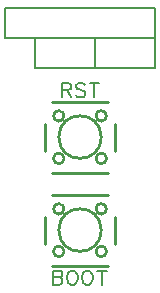
<source format=gto>
G04 Layer: TopSilkscreenLayer*
G04 EasyEDA v6.5.39, 2024-01-09 17:58:11*
G04 513add75e8284d268c780af8c863d2b6,7c1e8d740ba24e6f83eb2d53d3341807,10*
G04 Gerber Generator version 0.2*
G04 Scale: 100 percent, Rotated: No, Reflected: No *
G04 Dimensions in millimeters *
G04 leading zeros omitted , absolute positions ,4 integer and 5 decimal *
%FSLAX45Y45*%
%MOMM*%

%ADD10C,0.2032*%
%ADD11C,0.2030*%
%ADD12C,0.2540*%

%LPD*%
D10*
X-152400Y1154937D02*
G01*
X-152400Y1035557D01*
X-152400Y1154937D02*
G01*
X-101345Y1154937D01*
X-84328Y1149095D01*
X-78486Y1143507D01*
X-72897Y1132078D01*
X-72897Y1120647D01*
X-78486Y1109471D01*
X-84328Y1103629D01*
X-101345Y1098042D01*
X-152400Y1098042D01*
X-112521Y1098042D02*
G01*
X-72897Y1035557D01*
X44195Y1137665D02*
G01*
X32765Y1149095D01*
X15747Y1154937D01*
X-6857Y1154937D01*
X-23876Y1149095D01*
X-35305Y1137665D01*
X-35305Y1126489D01*
X-29718Y1115060D01*
X-23876Y1109471D01*
X-12700Y1103629D01*
X21589Y1092454D01*
X32765Y1086612D01*
X38607Y1081023D01*
X44195Y1069594D01*
X44195Y1052576D01*
X32765Y1041145D01*
X15747Y1035557D01*
X-6857Y1035557D01*
X-23876Y1041145D01*
X-35305Y1052576D01*
X121412Y1154937D02*
G01*
X121412Y1035557D01*
X81787Y1154937D02*
G01*
X161289Y1154937D01*
X-228600Y-432562D02*
G01*
X-228600Y-551942D01*
X-228600Y-432562D02*
G01*
X-177545Y-432562D01*
X-160528Y-438404D01*
X-154686Y-443992D01*
X-149097Y-455421D01*
X-149097Y-466852D01*
X-154686Y-478028D01*
X-160528Y-483870D01*
X-177545Y-489457D01*
X-228600Y-489457D02*
G01*
X-177545Y-489457D01*
X-160528Y-495045D01*
X-154686Y-500887D01*
X-149097Y-512318D01*
X-149097Y-529336D01*
X-154686Y-540512D01*
X-160528Y-546354D01*
X-177545Y-551942D01*
X-228600Y-551942D01*
X-77470Y-432562D02*
G01*
X-88900Y-438404D01*
X-100076Y-449834D01*
X-105918Y-461010D01*
X-111505Y-478028D01*
X-111505Y-506476D01*
X-105918Y-523494D01*
X-100076Y-534923D01*
X-88900Y-546354D01*
X-77470Y-551942D01*
X-54610Y-551942D01*
X-43434Y-546354D01*
X-32004Y-534923D01*
X-26415Y-523494D01*
X-20573Y-506476D01*
X-20573Y-478028D01*
X-26415Y-461010D01*
X-32004Y-449834D01*
X-43434Y-438404D01*
X-54610Y-432562D01*
X-77470Y-432562D01*
X51054Y-432562D02*
G01*
X39623Y-438404D01*
X28194Y-449834D01*
X22605Y-461010D01*
X16763Y-478028D01*
X16763Y-506476D01*
X22605Y-523494D01*
X28194Y-534923D01*
X39623Y-546354D01*
X51054Y-551942D01*
X73660Y-551942D01*
X85089Y-546354D01*
X96520Y-534923D01*
X102107Y-523494D01*
X107695Y-506476D01*
X107695Y-478028D01*
X102107Y-461010D01*
X96520Y-449834D01*
X85089Y-438404D01*
X73660Y-432562D01*
X51054Y-432562D01*
X184912Y-432562D02*
G01*
X184912Y-551942D01*
X145287Y-432562D02*
G01*
X224789Y-432562D01*
X444500Y1536700D02*
G01*
X635000Y1536700D01*
X635000Y1790700D01*
X-635000Y1790700D01*
X-635000Y1536700D01*
D11*
X-635000Y1536700D02*
G01*
X444500Y1536700D01*
X127000Y1536700D02*
G01*
X-190500Y1536700D01*
D10*
X127000Y1536700D02*
G01*
X127000Y1282700D01*
X-381000Y1282700D01*
X-381000Y1536700D01*
X-190500Y1536700D01*
D12*
X-240411Y998499D02*
G01*
X240411Y998499D01*
X299999Y813191D02*
G01*
X299999Y583808D01*
X240411Y398500D02*
G01*
X-240411Y398500D01*
X-299999Y583808D02*
G01*
X-299999Y813191D01*
X-240411Y211099D02*
G01*
X240411Y211099D01*
X299999Y25791D02*
G01*
X299999Y-203591D01*
X240411Y-388899D02*
G01*
X-240411Y-388899D01*
X-299999Y-203591D02*
G01*
X-299999Y25791D01*
D11*
X635000Y1536700D02*
G01*
X317500Y1536700D01*
D10*
X635000Y1536700D02*
G01*
X635000Y1282700D01*
X127000Y1282700D01*
X127000Y1536700D01*
X317500Y1536700D01*
D12*
G75*
G01
X180010Y698500D02*
G03X180010Y698500I-180010J0D01*
G75*
G01
X224739Y878484D02*
G03X224739Y878484I-44729J0D01*
G75*
G01
X-135280Y878510D02*
G03X-135280Y878510I-44729J0D01*
G75*
G01
X-135280Y518490D02*
G03X-135280Y518490I-44729J0D01*
G75*
G01
X224739Y518490D02*
G03X224739Y518490I-44729J0D01*
G75*
G01
X180010Y-88900D02*
G03X180010Y-88900I-180010J0D01*
G75*
G01
X224739Y91084D02*
G03X224739Y91084I-44729J0D01*
G75*
G01
X-135280Y91110D02*
G03X-135280Y91110I-44729J0D01*
G75*
G01
X-135280Y-268910D02*
G03X-135280Y-268910I-44729J0D01*
G75*
G01
X224739Y-268910D02*
G03X224739Y-268910I-44729J0D01*
M02*

</source>
